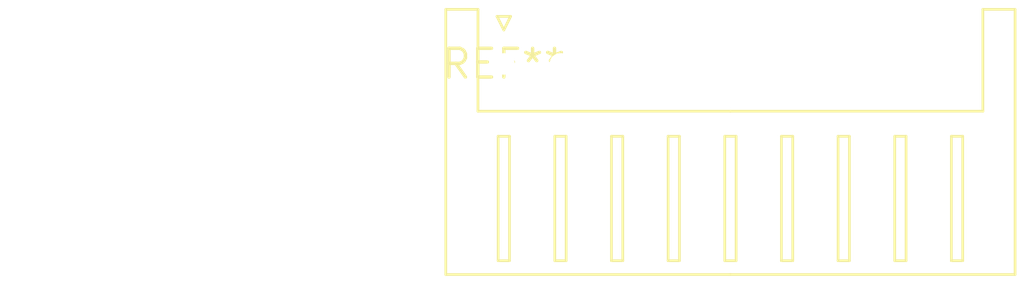
<source format=kicad_pcb>
(kicad_pcb (version 20240108) (generator pcbnew)
  (layers (0 "F.Cu" signal) (31 "B.Cu" signal) (34 "B.Paste" user) (35 "F.Paste" user) (36 "B.SilkS" user "B.Silkscreen") (37 "F.SilkS" user "F.Silkscreen") (38 "B.Mask" user) (39 "F.Mask" user) (44 "Edge.Cuts" user))
  (net 0 "")
  (footprint "JST_XH_S9B-XH-A_1x09_P2.50mm_Horizontal" (layer "F.Cu") (at 0 0)
    (property "Reference" "REF**")
    (property "Value" "JST_XH_S9B-XH-A_1x09_P2.50mm_Horizontal")
    (fp_line (start -2.56 -2.41) (end -1.14 -2.41) (layer "F.SilkS") (stroke (width 0.12)))
    (fp_line (start -2.56 9.31) (end -2.56 -2.41) (layer "F.SilkS") (stroke (width 0.12)))
    (fp_line (start -1.14 -2.41) (end -1.14 2.09) (layer "F.SilkS") (stroke (width 0.12)))
    (fp_line (start -1.14 2.09) (end 10 2.09) (layer "F.SilkS") (stroke (width 0.12)))
    (fp_line (start -0.3 -2.1) (end 0.3 -2.1) (layer "F.SilkS") (stroke (width 0.12)))
    (fp_line (start -0.25 3.2) (end -0.25 8.7) (layer "F.SilkS") (stroke (width 0.12)))
    (fp_line (start -0.25 8.7) (end 0.25 8.7) (layer "F.SilkS") (stroke (width 0.12)))
    (fp_line (start 0 -1.5) (end -0.3 -2.1) (layer "F.SilkS") (stroke (width 0.12)))
    (fp_line (start 0.25 3.2) (end -0.25 3.2) (layer "F.SilkS") (stroke (width 0.12)))
    (fp_line (start 0.25 8.7) (end 0.25 3.2) (layer "F.SilkS") (stroke (width 0.12)))
    (fp_line (start 0.3 -2.1) (end 0 -1.5) (layer "F.SilkS") (stroke (width 0.12)))
    (fp_line (start 2.25 3.2) (end 2.25 8.7) (layer "F.SilkS") (stroke (width 0.12)))
    (fp_line (start 2.25 8.7) (end 2.75 8.7) (layer "F.SilkS") (stroke (width 0.12)))
    (fp_line (start 2.75 3.2) (end 2.25 3.2) (layer "F.SilkS") (stroke (width 0.12)))
    (fp_line (start 2.75 8.7) (end 2.75 3.2) (layer "F.SilkS") (stroke (width 0.12)))
    (fp_line (start 4.75 3.2) (end 4.75 8.7) (layer "F.SilkS") (stroke (width 0.12)))
    (fp_line (start 4.75 8.7) (end 5.25 8.7) (layer "F.SilkS") (stroke (width 0.12)))
    (fp_line (start 5.25 3.2) (end 4.75 3.2) (layer "F.SilkS") (stroke (width 0.12)))
    (fp_line (start 5.25 8.7) (end 5.25 3.2) (layer "F.SilkS") (stroke (width 0.12)))
    (fp_line (start 7.25 3.2) (end 7.25 8.7) (layer "F.SilkS") (stroke (width 0.12)))
    (fp_line (start 7.25 8.7) (end 7.75 8.7) (layer "F.SilkS") (stroke (width 0.12)))
    (fp_line (start 7.75 3.2) (end 7.25 3.2) (layer "F.SilkS") (stroke (width 0.12)))
    (fp_line (start 7.75 8.7) (end 7.75 3.2) (layer "F.SilkS") (stroke (width 0.12)))
    (fp_line (start 9.75 3.2) (end 9.75 8.7) (layer "F.SilkS") (stroke (width 0.12)))
    (fp_line (start 9.75 8.7) (end 10.25 8.7) (layer "F.SilkS") (stroke (width 0.12)))
    (fp_line (start 10 9.31) (end -2.56 9.31) (layer "F.SilkS") (stroke (width 0.12)))
    (fp_line (start 10 9.31) (end 22.56 9.31) (layer "F.SilkS") (stroke (width 0.12)))
    (fp_line (start 10.25 3.2) (end 9.75 3.2) (layer "F.SilkS") (stroke (width 0.12)))
    (fp_line (start 10.25 8.7) (end 10.25 3.2) (layer "F.SilkS") (stroke (width 0.12)))
    (fp_line (start 12.25 3.2) (end 12.25 8.7) (layer "F.SilkS") (stroke (width 0.12)))
    (fp_line (start 12.25 8.7) (end 12.75 8.7) (layer "F.SilkS") (stroke (width 0.12)))
    (fp_line (start 12.75 3.2) (end 12.25 3.2) (layer "F.SilkS") (stroke (width 0.12)))
    (fp_line (start 12.75 8.7) (end 12.75 3.2) (layer "F.SilkS") (stroke (width 0.12)))
    (fp_line (start 14.75 3.2) (end 14.75 8.7) (layer "F.SilkS") (stroke (width 0.12)))
    (fp_line (start 14.75 8.7) (end 15.25 8.7) (layer "F.SilkS") (stroke (width 0.12)))
    (fp_line (start 15.25 3.2) (end 14.75 3.2) (layer "F.SilkS") (stroke (width 0.12)))
    (fp_line (start 15.25 8.7) (end 15.25 3.2) (layer "F.SilkS") (stroke (width 0.12)))
    (fp_line (start 17.25 3.2) (end 17.25 8.7) (layer "F.SilkS") (stroke (width 0.12)))
    (fp_line (start 17.25 8.7) (end 17.75 8.7) (layer "F.SilkS") (stroke (width 0.12)))
    (fp_line (start 17.75 3.2) (end 17.25 3.2) (layer "F.SilkS") (stroke (width 0.12)))
    (fp_line (start 17.75 8.7) (end 17.75 3.2) (layer "F.SilkS") (stroke (width 0.12)))
    (fp_line (start 19.75 3.2) (end 19.75 8.7) (layer "F.SilkS") (stroke (width 0.12)))
    (fp_line (start 19.75 8.7) (end 20.25 8.7) (layer "F.SilkS") (stroke (width 0.12)))
    (fp_line (start 20.25 3.2) (end 19.75 3.2) (layer "F.SilkS") (stroke (width 0.12)))
    (fp_line (start 20.25 8.7) (end 20.25 3.2) (layer "F.SilkS") (stroke (width 0.12)))
    (fp_line (start 21.14 -2.41) (end 21.14 2.09) (layer "F.SilkS") (stroke (width 0.12)))
    (fp_line (start 21.14 2.09) (end 10 2.09) (layer "F.SilkS") (stroke (width 0.12)))
    (fp_line (start 22.56 -2.41) (end 21.14 -2.41) (layer "F.SilkS") (stroke (width 0.12)))
    (fp_line (start 22.56 9.31) (end 22.56 -2.41) (layer "F.SilkS") (stroke (width 0.12)))
    (pad "1" thru_hole roundrect (at 0 0) (size 1.7 1.95) (drill 0.95) (layers *.Cu *.Mask) (remove_unused_layers) (roundrect_rratio 0.147059))
    (pad "2" thru_hole oval (at 2.5 0) (size 1.7 1.95) (drill 0.95) (layers *.Cu *.Mask) (remove_unused_layers))
    (pad "3" thru_hole oval (at 5 0) (size 1.7 1.95) (drill 0.95) (layers *.Cu *.Mask) (remove_unused_layers))
    (pad "4" thru_hole oval (at 7.5 0) (size 1.7 1.95) (drill 0.95) (layers *.Cu *.Mask) (remove_unused_layers))
    (pad "5" thru_hole oval (at 10 0) (size 1.7 1.95) (drill 0.95) (layers *.Cu *.Mask) (remove_unused_layers))
    (pad "6" thru_hole oval (at 12.5 0) (size 1.7 1.95) (drill 0.95) (layers *.Cu *.Mask) (remove_unused_layers))
    (pad "7" thru_hole oval (at 15 0) (size 1.7 1.95) (drill 0.95) (layers *.Cu *.Mask) (remove_unused_layers))
    (pad "8" thru_hole oval (at 17.5 0) (size 1.7 1.95) (drill 0.95) (layers *.Cu *.Mask) (remove_unused_layers))
    (pad "9" thru_hole oval (at 20 0) (size 1.7 1.95) (drill 0.95) (layers *.Cu *.Mask) (remove_unused_layers))
  )
)
</source>
